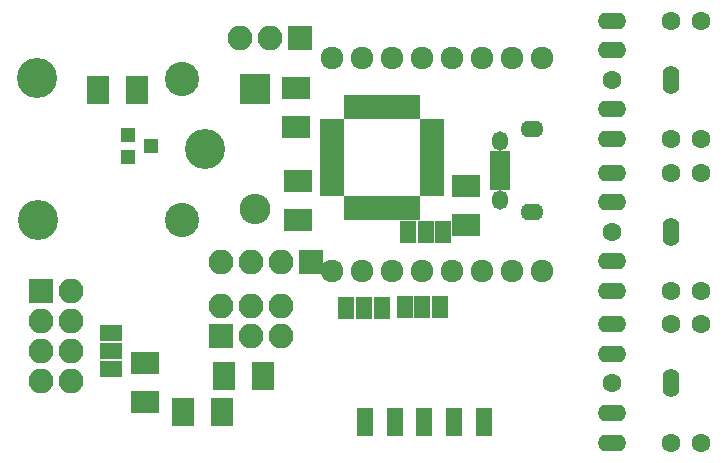
<source format=gbr>
G04 #@! TF.FileFunction,Soldermask,Top*
%FSLAX46Y46*%
G04 Gerber Fmt 4.6, Leading zero omitted, Abs format (unit mm)*
G04 Created by KiCad (PCBNEW 4.0.6) date 08/24/17 17:14:55*
%MOMM*%
%LPD*%
G01*
G04 APERTURE LIST*
%ADD10C,0.100000*%
%ADD11C,1.924000*%
%ADD12R,0.950000X2.000000*%
%ADD13R,2.000000X0.950000*%
%ADD14R,1.750000X0.800000*%
%ADD15O,1.350000X1.650000*%
%ADD16O,1.950000X1.400000*%
%ADD17R,2.432000X1.924000*%
%ADD18R,1.924000X2.432000*%
%ADD19R,2.100000X2.100000*%
%ADD20O,2.100000X2.100000*%
%ADD21R,2.600000X2.600000*%
%ADD22O,2.600000X2.600000*%
%ADD23C,2.900000*%
%ADD24C,3.400000*%
%ADD25R,1.300000X1.200000*%
%ADD26R,1.900000X1.400000*%
%ADD27R,1.400000X1.900000*%
%ADD28C,1.600000*%
%ADD29O,2.400000X1.400000*%
%ADD30O,1.400000X2.400000*%
%ADD31R,1.400000X2.400000*%
G04 APERTURE END LIST*
D10*
D11*
X169960000Y-121080000D03*
X167420000Y-121080000D03*
X164880000Y-121080000D03*
X162340000Y-121080000D03*
X159800000Y-121080000D03*
X157260000Y-121080000D03*
X154720000Y-121080000D03*
X152180000Y-121080000D03*
X152180000Y-103080000D03*
X154720000Y-103080000D03*
X157260000Y-103080000D03*
X159800000Y-103080000D03*
X162340000Y-103080000D03*
X164880000Y-103080000D03*
X167420000Y-103080000D03*
X169960000Y-103080000D03*
D12*
X153570000Y-115720000D03*
X154370000Y-115720000D03*
X155170000Y-115720000D03*
X155970000Y-115720000D03*
X156770000Y-115720000D03*
X157570000Y-115720000D03*
X158370000Y-115720000D03*
X159170000Y-115720000D03*
D13*
X160620000Y-114270000D03*
X160620000Y-113470000D03*
X160620000Y-112670000D03*
X160620000Y-111870000D03*
X160620000Y-111070000D03*
X160620000Y-110270000D03*
X160620000Y-109470000D03*
X160620000Y-108670000D03*
D12*
X159170000Y-107220000D03*
X158370000Y-107220000D03*
X157570000Y-107220000D03*
X156770000Y-107220000D03*
X155970000Y-107220000D03*
X155170000Y-107220000D03*
X154370000Y-107220000D03*
X153570000Y-107220000D03*
D13*
X152120000Y-108670000D03*
X152120000Y-109470000D03*
X152120000Y-110270000D03*
X152120000Y-111070000D03*
X152120000Y-111870000D03*
X152120000Y-112670000D03*
X152120000Y-113470000D03*
X152120000Y-114270000D03*
D14*
X166410000Y-113890000D03*
X166410000Y-113240000D03*
X166410000Y-112590000D03*
X166410000Y-111940000D03*
X166410000Y-111290000D03*
D15*
X166410000Y-115090000D03*
X166410000Y-110090000D03*
D16*
X169110000Y-116090000D03*
X169110000Y-109090000D03*
D17*
X163540000Y-117211000D03*
X163540000Y-113909000D03*
D18*
X139539000Y-133020000D03*
X142841000Y-133020000D03*
D17*
X136370000Y-128869000D03*
X136370000Y-132171000D03*
D18*
X146311000Y-129940000D03*
X143009000Y-129940000D03*
D19*
X142770000Y-126550000D03*
D20*
X142770000Y-124010000D03*
X145310000Y-126550000D03*
X145310000Y-124010000D03*
X147850000Y-126550000D03*
X147850000Y-124010000D03*
D19*
X127550000Y-122780000D03*
D20*
X130090000Y-122780000D03*
X127550000Y-125320000D03*
X130090000Y-125320000D03*
X127550000Y-127860000D03*
X130090000Y-127860000D03*
X127550000Y-130400000D03*
X130090000Y-130400000D03*
D17*
X149280000Y-116791000D03*
X149280000Y-113489000D03*
D18*
X132359000Y-105790000D03*
X135661000Y-105790000D03*
D21*
X145620000Y-105650000D03*
D22*
X145620000Y-115810000D03*
D23*
X139470000Y-116800000D03*
D24*
X127270000Y-116800000D03*
X127220000Y-104750000D03*
D23*
X139470000Y-104800000D03*
D24*
X141420000Y-110750000D03*
D25*
X134860000Y-109540000D03*
X134860000Y-111440000D03*
X136860000Y-110490000D03*
D26*
X133430000Y-129360000D03*
X133430000Y-127860000D03*
X133430000Y-126360000D03*
D17*
X149090000Y-108901000D03*
X149090000Y-105599000D03*
D27*
X156370000Y-124240000D03*
X154870000Y-124240000D03*
X153370000Y-124240000D03*
X161310000Y-124160000D03*
X159810000Y-124160000D03*
X158310000Y-124160000D03*
X161600000Y-117790000D03*
X160100000Y-117790000D03*
X158600000Y-117790000D03*
D19*
X149440000Y-101320000D03*
D20*
X146900000Y-101320000D03*
X144360000Y-101320000D03*
D19*
X150350000Y-120340000D03*
D20*
X147810000Y-120340000D03*
X145270000Y-120340000D03*
X142730000Y-120340000D03*
D28*
X183400000Y-135600000D03*
X183400000Y-125600000D03*
X180900000Y-135600000D03*
X180900000Y-125600000D03*
X175900000Y-130600000D03*
D29*
X175900000Y-125600000D03*
X175900000Y-128100000D03*
X175900000Y-133100000D03*
X175900000Y-135600000D03*
D30*
X180900000Y-130600000D03*
D31*
X159990000Y-133870000D03*
X154990000Y-133870000D03*
X164990000Y-133870000D03*
X157490000Y-133870000D03*
X162490000Y-133870000D03*
D28*
X183400000Y-109870000D03*
X183400000Y-99870000D03*
X180900000Y-109870000D03*
X180900000Y-99870000D03*
X175900000Y-104870000D03*
D29*
X175900000Y-99870000D03*
X175900000Y-102370000D03*
X175900000Y-107370000D03*
X175900000Y-109870000D03*
D30*
X180900000Y-104870000D03*
D28*
X183390000Y-122740000D03*
X183390000Y-112740000D03*
X180890000Y-122740000D03*
X180890000Y-112740000D03*
X175890000Y-117740000D03*
D29*
X175890000Y-112740000D03*
X175890000Y-115240000D03*
X175890000Y-120240000D03*
X175890000Y-122740000D03*
D30*
X180890000Y-117740000D03*
M02*

</source>
